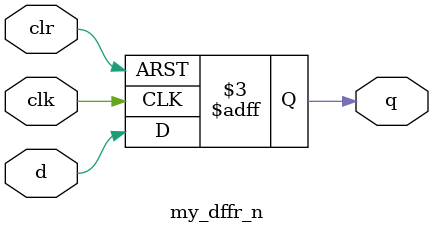
<source format=v>
module my_dffr_n (
    input d,
    clk,
    clr,
    output reg q
);
  always @(posedge clk or negedge clr)
    if (!clr) q <= 1'b0;
    else q <= d;
endmodule
</source>
